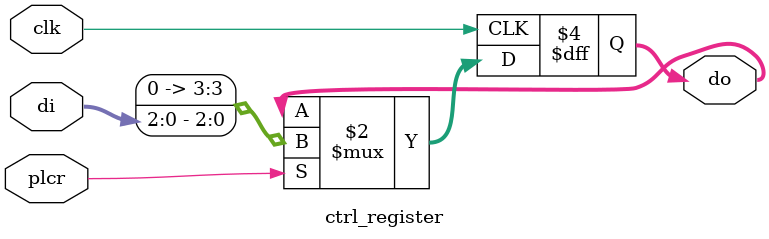
<source format=v>
module ctrl_register(

    input wire [2:0] di,
    output reg [3:0] do,
    input wire clk,
    input wire plcr
);

always @(posedge clk) 
    begin 
        if (plcr) begin
            do <= di;
        end
    end
endmodule
</source>
